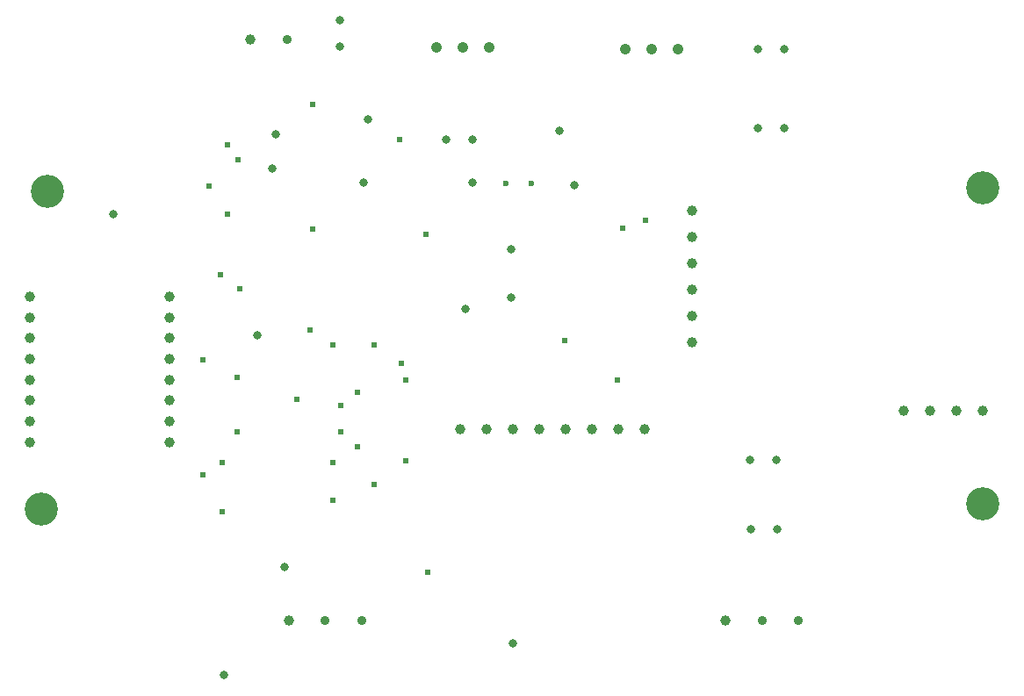
<source format=gbr>
G04 DesignSpark PCB Gerber Version 10.0 Build 5299*
G04 #@! TF.Part,Single*
G04 #@! TF.FilePolarity,Positive*
%FSLAX35Y35*%
%MOIN*%
G04 #@! TA.AperFunction,ComponentDrill*
%ADD148C,0.02362*%
G04 #@! TA.AperFunction,ViaDrill*
%ADD146C,0.02400*%
G04 #@! TA.AperFunction,ComponentDrill*
%ADD151C,0.03150*%
G04 #@! TA.AperFunction,ViaDrill*
%ADD145C,0.03200*%
G04 #@! TA.AperFunction,ComponentDrill*
%ADD149C,0.03500*%
%ADD153C,0.03900*%
%ADD147C,0.03937*%
%ADD150C,0.04200*%
%ADD152C,0.12598*%
G04 #@! TD.AperFunction*
X0Y0D02*
D02*
D145*
X44541Y188045D03*
X86470Y12848D03*
X99187Y141982D03*
X105092Y205368D03*
X106156Y218360D03*
X109699Y53793D03*
X139620Y199856D03*
X141195Y223872D03*
X178203Y151825D03*
X180867Y199856D03*
X195526Y156156D03*
Y174659D03*
X196234Y25053D03*
X214030Y219541D03*
X219738Y199069D03*
D02*
D146*
X78596Y88833D03*
Y132533D03*
X80959Y198675D03*
X85289Y164817D03*
X86077Y74856D03*
Y93557D03*
X88045Y188045D03*
Y214423D03*
X91589Y105368D03*
Y125841D03*
X91982Y208518D03*
X92770Y159699D03*
X114423Y117573D03*
X119148Y143951D03*
X120329Y182140D03*
Y229778D03*
X127809Y79384D03*
Y93557D03*
Y138439D03*
X130959Y105368D03*
Y115211D03*
X137258Y99463D03*
Y120329D03*
X143557Y85289D03*
Y138439D03*
X153400Y216392D03*
X153793Y131352D03*
X155762Y94344D03*
Y125053D03*
X163242Y180171D03*
X164030Y51825D03*
X215998Y140014D03*
X236077Y125053D03*
X238045Y182533D03*
X246707Y185683D03*
D02*
D147*
X12848Y101431D03*
Y109305D03*
Y117179D03*
Y125053D03*
Y132927D03*
Y140801D03*
Y148675D03*
Y156549D03*
X65998Y101431D03*
Y109305D03*
Y117179D03*
Y125053D03*
Y132927D03*
Y140801D03*
Y148675D03*
Y156549D03*
X96707Y254187D03*
X111274Y33715D03*
X264423Y139226D03*
Y149226D03*
Y159226D03*
Y169226D03*
Y179226D03*
Y189226D03*
X277022Y33715D03*
X344659Y113242D03*
X354659D03*
X364659D03*
X374659D03*
D02*
D148*
X193596Y199541D03*
X203439D03*
D02*
D149*
X110507Y254187D03*
X125074Y33715D03*
X138874D03*
X290822D03*
X304622D03*
D02*
D150*
X167415Y251431D03*
X177415D03*
X187415D03*
X239069Y250644D03*
X249069D03*
X259069D03*
D02*
D151*
X130565Y251523D03*
Y261523D03*
X170867Y216392D03*
X180867D03*
X286221Y94738D03*
X286615Y68360D03*
X289319Y220722D03*
Y250644D03*
X296221Y94738D03*
X296615Y68360D03*
X299319Y220722D03*
Y250644D03*
D02*
D152*
X17179Y75841D03*
X19541Y196707D03*
X374659Y77809D03*
Y197888D03*
D02*
D153*
X176234Y106156D03*
X186234D03*
X196234D03*
X206234D03*
X216234D03*
X226234D03*
X236234D03*
X246234D03*
X0Y0D02*
M02*

</source>
